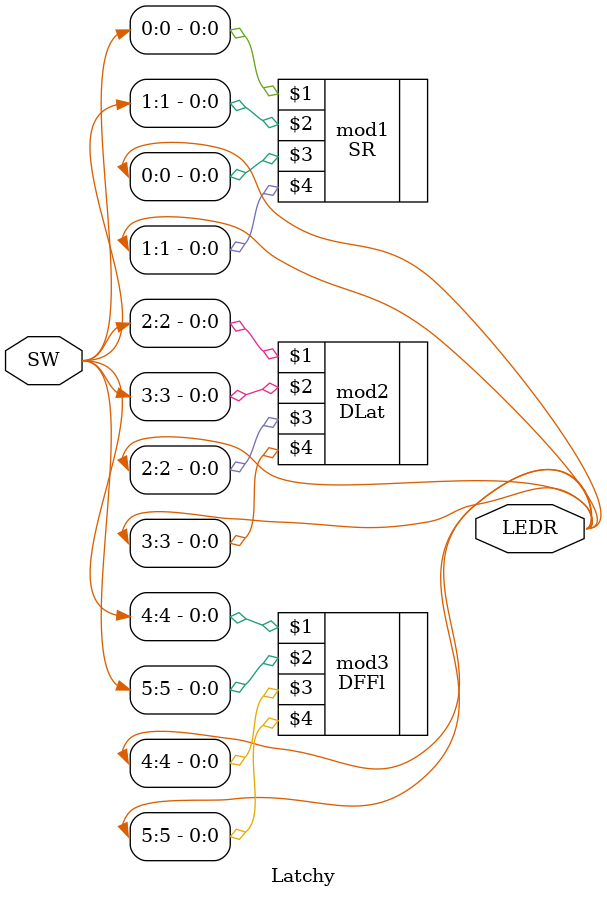
<source format=v>
module Latchy(input [17:0] SW, output [17:0] LEDR);
	SR mod1(SW[0], SW[1], LEDR[0], LEDR[1]);
	DLat mod2(SW[2], SW[3], LEDR[2], LEDR[3]);
	DFFl mod3(SW[4], SW[5], LEDR[4], LEDR[5]);
endmodule

</source>
